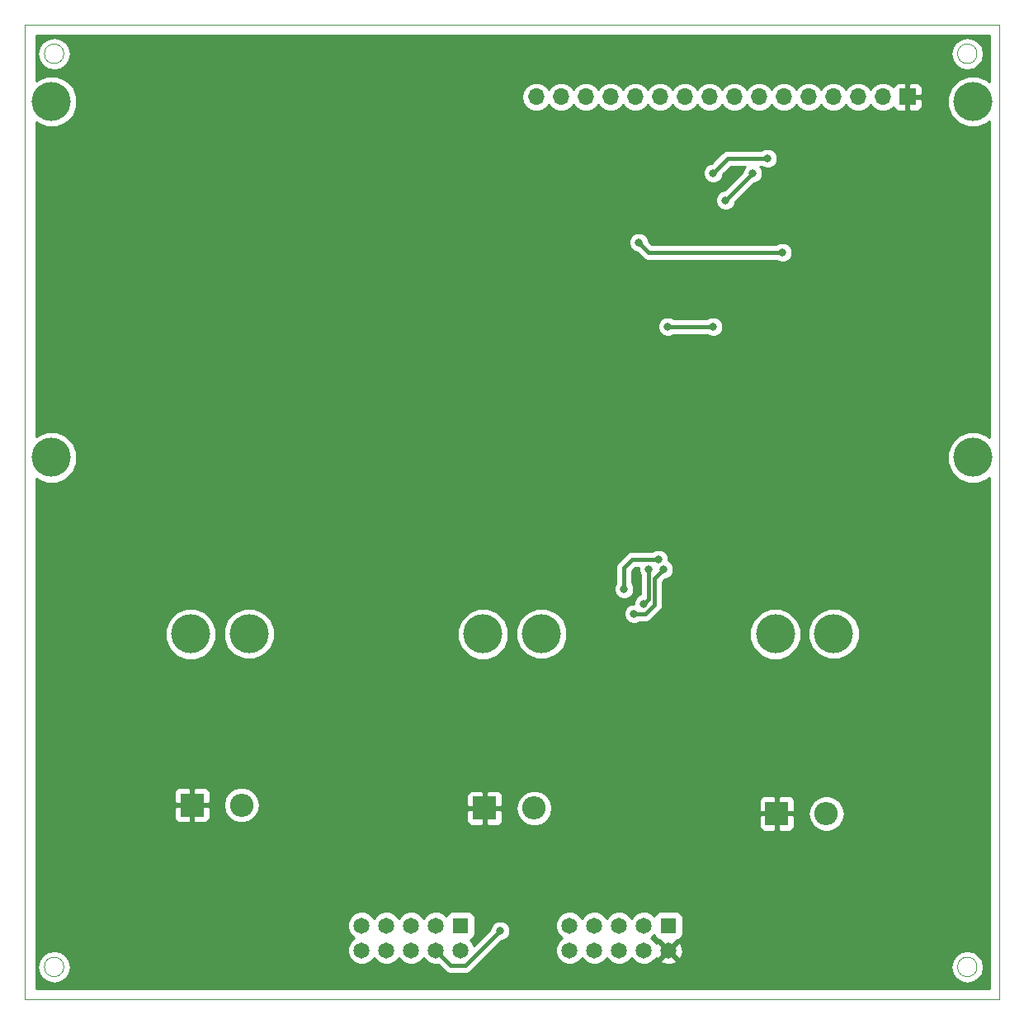
<source format=gbr>
%TF.GenerationSoftware,KiCad,Pcbnew,(5.0.0)*%
%TF.CreationDate,2020-03-24T12:10:01+01:00*%
%TF.ProjectId,Schaltplan_Modul2,536368616C74706C616E5F4D6F64756C,rev?*%
%TF.SameCoordinates,Original*%
%TF.FileFunction,Copper,L2,Bot,Signal*%
%TF.FilePolarity,Positive*%
%FSLAX46Y46*%
G04 Gerber Fmt 4.6, Leading zero omitted, Abs format (unit mm)*
G04 Created by KiCad (PCBNEW (5.0.0)) date 03/24/20 12:10:01*
%MOMM*%
%LPD*%
G01*
G04 APERTURE LIST*
%TA.AperFunction,NonConductor*%
%ADD10C,0.100000*%
%TD*%
%TA.AperFunction,ComponentPad*%
%ADD11C,4.000000*%
%TD*%
%TA.AperFunction,ComponentPad*%
%ADD12O,2.400000X2.400000*%
%TD*%
%TA.AperFunction,ComponentPad*%
%ADD13R,2.400000X2.400000*%
%TD*%
%TA.AperFunction,ComponentPad*%
%ADD14R,1.650000X1.650000*%
%TD*%
%TA.AperFunction,ComponentPad*%
%ADD15C,1.650000*%
%TD*%
%TA.AperFunction,ComponentPad*%
%ADD16O,1.700000X1.700000*%
%TD*%
%TA.AperFunction,ComponentPad*%
%ADD17R,1.700000X1.700000*%
%TD*%
%TA.AperFunction,ViaPad*%
%ADD18C,0.800000*%
%TD*%
%TA.AperFunction,Conductor*%
%ADD19C,0.400000*%
%TD*%
%TA.AperFunction,Conductor*%
%ADD20C,0.254000*%
%TD*%
G04 APERTURE END LIST*
D10*
X98285000Y-141450000D02*
G75*
G03X98285000Y-141450000I-1000000J0D01*
G01*
X191980000Y-141450000D02*
G75*
G03X191980000Y-141450000I-1000000J0D01*
G01*
X191980000Y-47755000D02*
G75*
G03X191980000Y-47755000I-1000000J0D01*
G01*
X98285000Y-47755000D02*
G75*
G03X98285000Y-47755000I-1000000J0D01*
G01*
X94285000Y-144755000D02*
X194285000Y-144755000D01*
X194285000Y-44755000D02*
X194285000Y-144755000D01*
X94285000Y-144755000D02*
X94285000Y-44755000D01*
X94285000Y-44755000D02*
X194285000Y-44755000D01*
D11*
%TO.P,SW4,1*%
%TO.N,+3V3*%
X117285000Y-107255000D03*
%TO.P,SW4,2*%
%TO.N,/IO32*%
X111285000Y-107295000D03*
%TD*%
%TO.P,SW3,1*%
%TO.N,+3V3*%
X147285000Y-107255000D03*
%TO.P,SW3,2*%
%TO.N,/IO13*%
X141285000Y-107295000D03*
%TD*%
%TO.P,SW1,1*%
%TO.N,+3V3*%
X177285000Y-107255000D03*
%TO.P,SW1,2*%
%TO.N,/IO2*%
X171285000Y-107295000D03*
%TD*%
D12*
%TO.P,D1,2*%
%TO.N,Net-(D1-Pad2)*%
X176525000Y-125715000D03*
D13*
%TO.P,D1,1*%
%TO.N,GND*%
X171445000Y-125715000D03*
%TD*%
D12*
%TO.P,D2,2*%
%TO.N,Net-(D2-Pad2)*%
X146525000Y-125155000D03*
D13*
%TO.P,D2,1*%
%TO.N,GND*%
X141445000Y-125155000D03*
%TD*%
D12*
%TO.P,D3,2*%
%TO.N,Net-(D3-Pad2)*%
X116525000Y-124854000D03*
D13*
%TO.P,D3,1*%
%TO.N,GND*%
X111445000Y-124854000D03*
%TD*%
D14*
%TO.P,J1,1*%
%TO.N,+3V3*%
X160325000Y-137211000D03*
D15*
%TO.P,J1,2*%
%TO.N,GND*%
X160325000Y-139751000D03*
%TO.P,J1,3*%
%TO.N,+5V*%
X157785000Y-137211000D03*
%TO.P,J1,4*%
%TO.N,/VSPI_CLK*%
X157785000Y-139751000D03*
%TO.P,J1,5*%
%TO.N,/SCL*%
X155245000Y-137211000D03*
%TO.P,J1,6*%
%TO.N,/VSPI_MOSI*%
X155245000Y-139751000D03*
%TO.P,J1,7*%
%TO.N,/SDA*%
X152705000Y-137211000D03*
%TO.P,J1,8*%
%TO.N,/VSPI_MISO*%
X152705000Y-139751000D03*
%TO.P,J1,9*%
%TO.N,Net-(J1-Pad9)*%
X150165000Y-137211000D03*
%TO.P,J1,10*%
%TO.N,/VSPI_CS*%
X150165000Y-139751000D03*
%TD*%
D14*
%TO.P,J2,1*%
%TO.N,/IO2*%
X138989000Y-137211000D03*
D15*
%TO.P,J2,2*%
%TO.N,/IO4*%
X138989000Y-139751000D03*
%TO.P,J2,3*%
%TO.N,/IO13*%
X136449000Y-137211000D03*
%TO.P,J2,4*%
%TO.N,/IO16*%
X136449000Y-139751000D03*
%TO.P,J2,5*%
%TO.N,/IO32*%
X133909000Y-137211000D03*
%TO.P,J2,6*%
%TO.N,/IO17*%
X133909000Y-139751000D03*
%TO.P,J2,7*%
%TO.N,N/C*%
X131369000Y-137211000D03*
%TO.P,J2,8*%
X131369000Y-139751000D03*
%TO.P,J2,9*%
X128829000Y-137211000D03*
%TO.P,J2,10*%
X128829000Y-139751000D03*
%TD*%
D11*
%TO.P,J3,*%
%TO.N,*%
X191549877Y-52644071D03*
X191549877Y-89184071D03*
X97009877Y-89184071D03*
X97009877Y-52644071D03*
D16*
%TO.P,J3,16*%
%TO.N,+5V*%
X146764798Y-52181558D03*
%TO.P,J3,15*%
%TO.N,Net-(J3-Pad15)*%
X149304798Y-52181558D03*
%TO.P,J3,14*%
%TO.N,Net-(J3-Pad14)*%
X151844798Y-52181558D03*
%TO.P,J3,13*%
%TO.N,Net-(J3-Pad13)*%
X154384798Y-52181558D03*
%TO.P,J3,12*%
%TO.N,Net-(J3-Pad12)*%
X156924798Y-52181558D03*
%TO.P,J3,11*%
%TO.N,Net-(J3-Pad11)*%
X159464798Y-52181558D03*
%TO.P,J3,10*%
%TO.N,Net-(J3-Pad10)*%
X162004798Y-52181558D03*
%TO.P,J3,9*%
%TO.N,Net-(J3-Pad9)*%
X164544798Y-52181558D03*
%TO.P,J3,8*%
%TO.N,Net-(J3-Pad8)*%
X167084798Y-52181558D03*
%TO.P,J3,7*%
%TO.N,Net-(J3-Pad7)*%
X169624798Y-52181558D03*
%TO.P,J3,6*%
%TO.N,Net-(J3-Pad6)*%
X172164798Y-52181558D03*
%TO.P,J3,5*%
%TO.N,Net-(J3-Pad5)*%
X174704798Y-52181558D03*
%TO.P,J3,4*%
%TO.N,Net-(J3-Pad4)*%
X177244798Y-52181558D03*
%TO.P,J3,3*%
%TO.N,Net-(J3-Pad3)*%
X179784798Y-52181558D03*
%TO.P,J3,2*%
%TO.N,+5V*%
X182324798Y-52181558D03*
D17*
%TO.P,J3,1*%
%TO.N,GND*%
X184864798Y-52181558D03*
%TD*%
D18*
%TO.N,GND*%
X124222500Y-105859000D03*
X154285000Y-105859000D03*
X184160000Y-105859000D03*
X183614500Y-60424500D03*
X149657000Y-60503000D03*
X185083000Y-62909000D03*
X169547000Y-61597000D03*
X171501000Y-70584500D03*
X157277000Y-69139000D03*
%TO.N,/IO16*%
X143053000Y-137719000D03*
%TO.N,+5V*%
X157785000Y-104191000D03*
X158293000Y-100635000D03*
X164897000Y-75743000D03*
X160247000Y-75743000D03*
%TO.N,Net-(J3-Pad5)*%
X166176000Y-62780000D03*
X168961000Y-59995000D03*
%TO.N,Net-(J3-Pad4)*%
X164897000Y-59995000D03*
X170485000Y-58471000D03*
%TO.N,/SCL*%
X156769000Y-105207000D03*
X159817000Y-100635000D03*
%TO.N,/SDA*%
X155753000Y-102667000D03*
X159309000Y-99619000D03*
%TO.N,Net-(C3-Pad2)*%
X172009000Y-68123000D03*
X157277000Y-67107000D03*
%TD*%
D19*
%TO.N,/IO16*%
X137973000Y-141275000D02*
X136449000Y-139751000D01*
X139497000Y-141275000D02*
X137973000Y-141275000D01*
X143053000Y-137719000D02*
X139497000Y-141275000D01*
X143053000Y-137719000D02*
X143053000Y-137719000D01*
%TO.N,+5V*%
X158293000Y-103683000D02*
X157785000Y-104191000D01*
X158293000Y-103683000D02*
X158293000Y-100635000D01*
X160247000Y-75743000D02*
X164897000Y-75743000D01*
%TO.N,Net-(J3-Pad5)*%
X166176000Y-62780000D02*
X166575999Y-62380001D01*
X166575999Y-62380001D02*
X168961000Y-59995000D01*
X168961000Y-59995000D02*
X168961000Y-59995000D01*
%TO.N,Net-(J3-Pad4)*%
X164897000Y-59995000D02*
X166421000Y-58471000D01*
X166421000Y-58471000D02*
X170485000Y-58471000D01*
%TO.N,/SCL*%
X158893010Y-101558990D02*
X159817000Y-100635000D01*
X158893010Y-104266992D02*
X158893010Y-101558990D01*
X156769000Y-105207000D02*
X157953002Y-105207000D01*
X157953002Y-105207000D02*
X158893010Y-104266992D01*
%TO.N,/SDA*%
X155753000Y-100466998D02*
X155753000Y-102667000D01*
X156600998Y-99619000D02*
X155753000Y-100466998D01*
X159309000Y-99619000D02*
X156600998Y-99619000D01*
%TO.N,Net-(C3-Pad2)*%
X172009000Y-68123000D02*
X158293000Y-68123000D01*
X158293000Y-68123000D02*
X157277000Y-67107000D01*
X157277000Y-67107000D02*
X157277000Y-67107000D01*
%TD*%
D20*
%TO.N,GND*%
G36*
X193218000Y-50585741D02*
X193042485Y-50410226D01*
X192074011Y-50009071D01*
X191025743Y-50009071D01*
X190057269Y-50410226D01*
X189316032Y-51151463D01*
X188914877Y-52119937D01*
X188914877Y-53168205D01*
X189316032Y-54136679D01*
X190057269Y-54877916D01*
X191025743Y-55279071D01*
X192074011Y-55279071D01*
X193042485Y-54877916D01*
X193218000Y-54702401D01*
X193218000Y-87125741D01*
X193042485Y-86950226D01*
X192074011Y-86549071D01*
X191025743Y-86549071D01*
X190057269Y-86950226D01*
X189316032Y-87691463D01*
X188914877Y-88659937D01*
X188914877Y-89708205D01*
X189316032Y-90676679D01*
X190057269Y-91417916D01*
X191025743Y-91819071D01*
X192074011Y-91819071D01*
X193042485Y-91417916D01*
X193218000Y-91242401D01*
X193218000Y-143688000D01*
X95428000Y-143688000D01*
X95428000Y-141450000D01*
X95580000Y-141450000D01*
X95709785Y-142102475D01*
X96079383Y-142655617D01*
X96632525Y-143025215D01*
X97285000Y-143155000D01*
X97937475Y-143025215D01*
X98490617Y-142655617D01*
X98860215Y-142102475D01*
X98990000Y-141450000D01*
X98860215Y-140797525D01*
X98490617Y-140244383D01*
X97937475Y-139874785D01*
X97285000Y-139745000D01*
X96632525Y-139874785D01*
X96079383Y-140244383D01*
X95709785Y-140797525D01*
X95580000Y-141450000D01*
X95428000Y-141450000D01*
X95428000Y-136920588D01*
X127369000Y-136920588D01*
X127369000Y-137501412D01*
X127591272Y-138038024D01*
X128001976Y-138448728D01*
X128079887Y-138481000D01*
X128001976Y-138513272D01*
X127591272Y-138923976D01*
X127369000Y-139460588D01*
X127369000Y-140041412D01*
X127591272Y-140578024D01*
X128001976Y-140988728D01*
X128538588Y-141211000D01*
X129119412Y-141211000D01*
X129656024Y-140988728D01*
X130066728Y-140578024D01*
X130099000Y-140500113D01*
X130131272Y-140578024D01*
X130541976Y-140988728D01*
X131078588Y-141211000D01*
X131659412Y-141211000D01*
X132196024Y-140988728D01*
X132606728Y-140578024D01*
X132639000Y-140500113D01*
X132671272Y-140578024D01*
X133081976Y-140988728D01*
X133618588Y-141211000D01*
X134199412Y-141211000D01*
X134736024Y-140988728D01*
X135146728Y-140578024D01*
X135179000Y-140500113D01*
X135211272Y-140578024D01*
X135621976Y-140988728D01*
X136158588Y-141211000D01*
X136728132Y-141211000D01*
X137324416Y-141807285D01*
X137370999Y-141877001D01*
X137647199Y-142061552D01*
X137890763Y-142110000D01*
X137890766Y-142110000D01*
X137972999Y-142126357D01*
X138055232Y-142110000D01*
X139414767Y-142110000D01*
X139497000Y-142126357D01*
X139579233Y-142110000D01*
X139579237Y-142110000D01*
X139822801Y-142061552D01*
X140099001Y-141877001D01*
X140145587Y-141807280D01*
X140502867Y-141450000D01*
X189275000Y-141450000D01*
X189404785Y-142102475D01*
X189774383Y-142655617D01*
X190327525Y-143025215D01*
X190980000Y-143155000D01*
X191632475Y-143025215D01*
X192185617Y-142655617D01*
X192555215Y-142102475D01*
X192685000Y-141450000D01*
X192555215Y-140797525D01*
X192185617Y-140244383D01*
X191632475Y-139874785D01*
X190980000Y-139745000D01*
X190327525Y-139874785D01*
X189774383Y-140244383D01*
X189404785Y-140797525D01*
X189275000Y-141450000D01*
X140502867Y-141450000D01*
X143198869Y-138754000D01*
X143258874Y-138754000D01*
X143639280Y-138596431D01*
X143930431Y-138305280D01*
X144088000Y-137924874D01*
X144088000Y-137513126D01*
X143930431Y-137132720D01*
X143718299Y-136920588D01*
X148705000Y-136920588D01*
X148705000Y-137501412D01*
X148927272Y-138038024D01*
X149337976Y-138448728D01*
X149415887Y-138481000D01*
X149337976Y-138513272D01*
X148927272Y-138923976D01*
X148705000Y-139460588D01*
X148705000Y-140041412D01*
X148927272Y-140578024D01*
X149337976Y-140988728D01*
X149874588Y-141211000D01*
X150455412Y-141211000D01*
X150992024Y-140988728D01*
X151402728Y-140578024D01*
X151435000Y-140500113D01*
X151467272Y-140578024D01*
X151877976Y-140988728D01*
X152414588Y-141211000D01*
X152995412Y-141211000D01*
X153532024Y-140988728D01*
X153942728Y-140578024D01*
X153975000Y-140500113D01*
X154007272Y-140578024D01*
X154417976Y-140988728D01*
X154954588Y-141211000D01*
X155535412Y-141211000D01*
X156072024Y-140988728D01*
X156482728Y-140578024D01*
X156515000Y-140500113D01*
X156547272Y-140578024D01*
X156957976Y-140988728D01*
X157494588Y-141211000D01*
X158075412Y-141211000D01*
X158612024Y-140988728D01*
X158823899Y-140776853D01*
X159478752Y-140776853D01*
X159555956Y-141025563D01*
X160102250Y-141222843D01*
X160682456Y-141196048D01*
X161094044Y-141025563D01*
X161171248Y-140776853D01*
X160325000Y-139930605D01*
X159478752Y-140776853D01*
X158823899Y-140776853D01*
X159022728Y-140578024D01*
X159048591Y-140515586D01*
X159050437Y-140520044D01*
X159299147Y-140597248D01*
X160145395Y-139751000D01*
X160504605Y-139751000D01*
X161350853Y-140597248D01*
X161599563Y-140520044D01*
X161796843Y-139973750D01*
X161770048Y-139393544D01*
X161599563Y-138981956D01*
X161350853Y-138904752D01*
X160504605Y-139751000D01*
X160145395Y-139751000D01*
X159299147Y-138904752D01*
X159050437Y-138981956D01*
X159048717Y-138986719D01*
X159022728Y-138923976D01*
X158612024Y-138513272D01*
X158534113Y-138481000D01*
X158612024Y-138448728D01*
X158881128Y-138179624D01*
X158901843Y-138283765D01*
X159042191Y-138493809D01*
X159252235Y-138634157D01*
X159492181Y-138681885D01*
X159478752Y-138725147D01*
X160325000Y-139571395D01*
X161171248Y-138725147D01*
X161157819Y-138681885D01*
X161397765Y-138634157D01*
X161607809Y-138493809D01*
X161748157Y-138283765D01*
X161797440Y-138036000D01*
X161797440Y-136386000D01*
X161748157Y-136138235D01*
X161607809Y-135928191D01*
X161397765Y-135787843D01*
X161150000Y-135738560D01*
X159500000Y-135738560D01*
X159252235Y-135787843D01*
X159042191Y-135928191D01*
X158901843Y-136138235D01*
X158881128Y-136242376D01*
X158612024Y-135973272D01*
X158075412Y-135751000D01*
X157494588Y-135751000D01*
X156957976Y-135973272D01*
X156547272Y-136383976D01*
X156515000Y-136461887D01*
X156482728Y-136383976D01*
X156072024Y-135973272D01*
X155535412Y-135751000D01*
X154954588Y-135751000D01*
X154417976Y-135973272D01*
X154007272Y-136383976D01*
X153975000Y-136461887D01*
X153942728Y-136383976D01*
X153532024Y-135973272D01*
X152995412Y-135751000D01*
X152414588Y-135751000D01*
X151877976Y-135973272D01*
X151467272Y-136383976D01*
X151435000Y-136461887D01*
X151402728Y-136383976D01*
X150992024Y-135973272D01*
X150455412Y-135751000D01*
X149874588Y-135751000D01*
X149337976Y-135973272D01*
X148927272Y-136383976D01*
X148705000Y-136920588D01*
X143718299Y-136920588D01*
X143639280Y-136841569D01*
X143258874Y-136684000D01*
X142847126Y-136684000D01*
X142466720Y-136841569D01*
X142175569Y-137132720D01*
X142018000Y-137513126D01*
X142018000Y-137573131D01*
X140355726Y-139235406D01*
X140226728Y-138923976D01*
X139957624Y-138654872D01*
X140061765Y-138634157D01*
X140271809Y-138493809D01*
X140412157Y-138283765D01*
X140461440Y-138036000D01*
X140461440Y-136386000D01*
X140412157Y-136138235D01*
X140271809Y-135928191D01*
X140061765Y-135787843D01*
X139814000Y-135738560D01*
X138164000Y-135738560D01*
X137916235Y-135787843D01*
X137706191Y-135928191D01*
X137565843Y-136138235D01*
X137545128Y-136242376D01*
X137276024Y-135973272D01*
X136739412Y-135751000D01*
X136158588Y-135751000D01*
X135621976Y-135973272D01*
X135211272Y-136383976D01*
X135179000Y-136461887D01*
X135146728Y-136383976D01*
X134736024Y-135973272D01*
X134199412Y-135751000D01*
X133618588Y-135751000D01*
X133081976Y-135973272D01*
X132671272Y-136383976D01*
X132639000Y-136461887D01*
X132606728Y-136383976D01*
X132196024Y-135973272D01*
X131659412Y-135751000D01*
X131078588Y-135751000D01*
X130541976Y-135973272D01*
X130131272Y-136383976D01*
X130099000Y-136461887D01*
X130066728Y-136383976D01*
X129656024Y-135973272D01*
X129119412Y-135751000D01*
X128538588Y-135751000D01*
X128001976Y-135973272D01*
X127591272Y-136383976D01*
X127369000Y-136920588D01*
X95428000Y-136920588D01*
X95428000Y-125139750D01*
X109610000Y-125139750D01*
X109610000Y-126180310D01*
X109706673Y-126413699D01*
X109885302Y-126592327D01*
X110118691Y-126689000D01*
X111159250Y-126689000D01*
X111318000Y-126530250D01*
X111318000Y-124981000D01*
X111572000Y-124981000D01*
X111572000Y-126530250D01*
X111730750Y-126689000D01*
X112771309Y-126689000D01*
X113004698Y-126592327D01*
X113183327Y-126413699D01*
X113280000Y-126180310D01*
X113280000Y-125139750D01*
X113121250Y-124981000D01*
X111572000Y-124981000D01*
X111318000Y-124981000D01*
X109768750Y-124981000D01*
X109610000Y-125139750D01*
X95428000Y-125139750D01*
X95428000Y-124854000D01*
X114654051Y-124854000D01*
X114796469Y-125569981D01*
X115202039Y-126176961D01*
X115809019Y-126582531D01*
X116344273Y-126689000D01*
X116705727Y-126689000D01*
X117240981Y-126582531D01*
X117847961Y-126176961D01*
X118253531Y-125569981D01*
X118279236Y-125440750D01*
X139610000Y-125440750D01*
X139610000Y-126481310D01*
X139706673Y-126714699D01*
X139885302Y-126893327D01*
X140118691Y-126990000D01*
X141159250Y-126990000D01*
X141318000Y-126831250D01*
X141318000Y-125282000D01*
X141572000Y-125282000D01*
X141572000Y-126831250D01*
X141730750Y-126990000D01*
X142771309Y-126990000D01*
X143004698Y-126893327D01*
X143183327Y-126714699D01*
X143280000Y-126481310D01*
X143280000Y-125440750D01*
X143121250Y-125282000D01*
X141572000Y-125282000D01*
X141318000Y-125282000D01*
X139768750Y-125282000D01*
X139610000Y-125440750D01*
X118279236Y-125440750D01*
X118336075Y-125155000D01*
X144654051Y-125155000D01*
X144796469Y-125870981D01*
X145202039Y-126477961D01*
X145809019Y-126883531D01*
X146344273Y-126990000D01*
X146705727Y-126990000D01*
X147240981Y-126883531D01*
X147847961Y-126477961D01*
X148166822Y-126000750D01*
X169610000Y-126000750D01*
X169610000Y-127041310D01*
X169706673Y-127274699D01*
X169885302Y-127453327D01*
X170118691Y-127550000D01*
X171159250Y-127550000D01*
X171318000Y-127391250D01*
X171318000Y-125842000D01*
X171572000Y-125842000D01*
X171572000Y-127391250D01*
X171730750Y-127550000D01*
X172771309Y-127550000D01*
X173004698Y-127453327D01*
X173183327Y-127274699D01*
X173280000Y-127041310D01*
X173280000Y-126000750D01*
X173121250Y-125842000D01*
X171572000Y-125842000D01*
X171318000Y-125842000D01*
X169768750Y-125842000D01*
X169610000Y-126000750D01*
X148166822Y-126000750D01*
X148253531Y-125870981D01*
X148284557Y-125715000D01*
X174654051Y-125715000D01*
X174796469Y-126430981D01*
X175202039Y-127037961D01*
X175809019Y-127443531D01*
X176344273Y-127550000D01*
X176705727Y-127550000D01*
X177240981Y-127443531D01*
X177847961Y-127037961D01*
X178253531Y-126430981D01*
X178395949Y-125715000D01*
X178253531Y-124999019D01*
X177847961Y-124392039D01*
X177240981Y-123986469D01*
X176705727Y-123880000D01*
X176344273Y-123880000D01*
X175809019Y-123986469D01*
X175202039Y-124392039D01*
X174796469Y-124999019D01*
X174654051Y-125715000D01*
X148284557Y-125715000D01*
X148395949Y-125155000D01*
X148253531Y-124439019D01*
X148219903Y-124388690D01*
X169610000Y-124388690D01*
X169610000Y-125429250D01*
X169768750Y-125588000D01*
X171318000Y-125588000D01*
X171318000Y-124038750D01*
X171572000Y-124038750D01*
X171572000Y-125588000D01*
X173121250Y-125588000D01*
X173280000Y-125429250D01*
X173280000Y-124388690D01*
X173183327Y-124155301D01*
X173004698Y-123976673D01*
X172771309Y-123880000D01*
X171730750Y-123880000D01*
X171572000Y-124038750D01*
X171318000Y-124038750D01*
X171159250Y-123880000D01*
X170118691Y-123880000D01*
X169885302Y-123976673D01*
X169706673Y-124155301D01*
X169610000Y-124388690D01*
X148219903Y-124388690D01*
X147847961Y-123832039D01*
X147240981Y-123426469D01*
X146705727Y-123320000D01*
X146344273Y-123320000D01*
X145809019Y-123426469D01*
X145202039Y-123832039D01*
X144796469Y-124439019D01*
X144654051Y-125155000D01*
X118336075Y-125155000D01*
X118395949Y-124854000D01*
X118253531Y-124138019D01*
X118046845Y-123828690D01*
X139610000Y-123828690D01*
X139610000Y-124869250D01*
X139768750Y-125028000D01*
X141318000Y-125028000D01*
X141318000Y-123478750D01*
X141572000Y-123478750D01*
X141572000Y-125028000D01*
X143121250Y-125028000D01*
X143280000Y-124869250D01*
X143280000Y-123828690D01*
X143183327Y-123595301D01*
X143004698Y-123416673D01*
X142771309Y-123320000D01*
X141730750Y-123320000D01*
X141572000Y-123478750D01*
X141318000Y-123478750D01*
X141159250Y-123320000D01*
X140118691Y-123320000D01*
X139885302Y-123416673D01*
X139706673Y-123595301D01*
X139610000Y-123828690D01*
X118046845Y-123828690D01*
X117847961Y-123531039D01*
X117240981Y-123125469D01*
X116705727Y-123019000D01*
X116344273Y-123019000D01*
X115809019Y-123125469D01*
X115202039Y-123531039D01*
X114796469Y-124138019D01*
X114654051Y-124854000D01*
X95428000Y-124854000D01*
X95428000Y-123527690D01*
X109610000Y-123527690D01*
X109610000Y-124568250D01*
X109768750Y-124727000D01*
X111318000Y-124727000D01*
X111318000Y-123177750D01*
X111572000Y-123177750D01*
X111572000Y-124727000D01*
X113121250Y-124727000D01*
X113280000Y-124568250D01*
X113280000Y-123527690D01*
X113183327Y-123294301D01*
X113004698Y-123115673D01*
X112771309Y-123019000D01*
X111730750Y-123019000D01*
X111572000Y-123177750D01*
X111318000Y-123177750D01*
X111159250Y-123019000D01*
X110118691Y-123019000D01*
X109885302Y-123115673D01*
X109706673Y-123294301D01*
X109610000Y-123527690D01*
X95428000Y-123527690D01*
X95428000Y-106770866D01*
X108650000Y-106770866D01*
X108650000Y-107819134D01*
X109051155Y-108787608D01*
X109792392Y-109528845D01*
X110760866Y-109930000D01*
X111809134Y-109930000D01*
X112777608Y-109528845D01*
X113518845Y-108787608D01*
X113920000Y-107819134D01*
X113920000Y-106770866D01*
X113903432Y-106730866D01*
X114650000Y-106730866D01*
X114650000Y-107779134D01*
X115051155Y-108747608D01*
X115792392Y-109488845D01*
X116760866Y-109890000D01*
X117809134Y-109890000D01*
X118777608Y-109488845D01*
X119518845Y-108747608D01*
X119920000Y-107779134D01*
X119920000Y-106770866D01*
X138650000Y-106770866D01*
X138650000Y-107819134D01*
X139051155Y-108787608D01*
X139792392Y-109528845D01*
X140760866Y-109930000D01*
X141809134Y-109930000D01*
X142777608Y-109528845D01*
X143518845Y-108787608D01*
X143920000Y-107819134D01*
X143920000Y-106770866D01*
X143903432Y-106730866D01*
X144650000Y-106730866D01*
X144650000Y-107779134D01*
X145051155Y-108747608D01*
X145792392Y-109488845D01*
X146760866Y-109890000D01*
X147809134Y-109890000D01*
X148777608Y-109488845D01*
X149518845Y-108747608D01*
X149920000Y-107779134D01*
X149920000Y-106770866D01*
X168650000Y-106770866D01*
X168650000Y-107819134D01*
X169051155Y-108787608D01*
X169792392Y-109528845D01*
X170760866Y-109930000D01*
X171809134Y-109930000D01*
X172777608Y-109528845D01*
X173518845Y-108787608D01*
X173920000Y-107819134D01*
X173920000Y-106770866D01*
X173903432Y-106730866D01*
X174650000Y-106730866D01*
X174650000Y-107779134D01*
X175051155Y-108747608D01*
X175792392Y-109488845D01*
X176760866Y-109890000D01*
X177809134Y-109890000D01*
X178777608Y-109488845D01*
X179518845Y-108747608D01*
X179920000Y-107779134D01*
X179920000Y-106730866D01*
X179518845Y-105762392D01*
X178777608Y-105021155D01*
X177809134Y-104620000D01*
X176760866Y-104620000D01*
X175792392Y-105021155D01*
X175051155Y-105762392D01*
X174650000Y-106730866D01*
X173903432Y-106730866D01*
X173518845Y-105802392D01*
X172777608Y-105061155D01*
X171809134Y-104660000D01*
X170760866Y-104660000D01*
X169792392Y-105061155D01*
X169051155Y-105802392D01*
X168650000Y-106770866D01*
X149920000Y-106770866D01*
X149920000Y-106730866D01*
X149518845Y-105762392D01*
X148777608Y-105021155D01*
X147809134Y-104620000D01*
X146760866Y-104620000D01*
X145792392Y-105021155D01*
X145051155Y-105762392D01*
X144650000Y-106730866D01*
X143903432Y-106730866D01*
X143518845Y-105802392D01*
X142777608Y-105061155D01*
X141809134Y-104660000D01*
X140760866Y-104660000D01*
X139792392Y-105061155D01*
X139051155Y-105802392D01*
X138650000Y-106770866D01*
X119920000Y-106770866D01*
X119920000Y-106730866D01*
X119518845Y-105762392D01*
X118777608Y-105021155D01*
X117809134Y-104620000D01*
X116760866Y-104620000D01*
X115792392Y-105021155D01*
X115051155Y-105762392D01*
X114650000Y-106730866D01*
X113903432Y-106730866D01*
X113518845Y-105802392D01*
X112777608Y-105061155D01*
X111809134Y-104660000D01*
X110760866Y-104660000D01*
X109792392Y-105061155D01*
X109051155Y-105802392D01*
X108650000Y-106770866D01*
X95428000Y-106770866D01*
X95428000Y-102461126D01*
X154718000Y-102461126D01*
X154718000Y-102872874D01*
X154875569Y-103253280D01*
X155166720Y-103544431D01*
X155547126Y-103702000D01*
X155958874Y-103702000D01*
X156339280Y-103544431D01*
X156630431Y-103253280D01*
X156788000Y-102872874D01*
X156788000Y-102461126D01*
X156630431Y-102080720D01*
X156588000Y-102038289D01*
X156588000Y-100812866D01*
X156946866Y-100454000D01*
X157258000Y-100454000D01*
X157258000Y-100840874D01*
X157415569Y-101221280D01*
X157458001Y-101263712D01*
X157458000Y-103206172D01*
X157198720Y-103313569D01*
X156907569Y-103604720D01*
X156750000Y-103985126D01*
X156750000Y-104172000D01*
X156563126Y-104172000D01*
X156182720Y-104329569D01*
X155891569Y-104620720D01*
X155734000Y-105001126D01*
X155734000Y-105412874D01*
X155891569Y-105793280D01*
X156182720Y-106084431D01*
X156563126Y-106242000D01*
X156974874Y-106242000D01*
X157355280Y-106084431D01*
X157397711Y-106042000D01*
X157870769Y-106042000D01*
X157953002Y-106058357D01*
X158035235Y-106042000D01*
X158035239Y-106042000D01*
X158278803Y-105993552D01*
X158555003Y-105809001D01*
X158601589Y-105739280D01*
X159425293Y-104915577D01*
X159495011Y-104868993D01*
X159679562Y-104592793D01*
X159728010Y-104349229D01*
X159728010Y-104349226D01*
X159744367Y-104266993D01*
X159728010Y-104184760D01*
X159728010Y-101904857D01*
X159962868Y-101670000D01*
X160022874Y-101670000D01*
X160403280Y-101512431D01*
X160694431Y-101221280D01*
X160852000Y-100840874D01*
X160852000Y-100429126D01*
X160694431Y-100048720D01*
X160403280Y-99757569D01*
X160344000Y-99733014D01*
X160344000Y-99413126D01*
X160186431Y-99032720D01*
X159895280Y-98741569D01*
X159514874Y-98584000D01*
X159103126Y-98584000D01*
X158722720Y-98741569D01*
X158680289Y-98784000D01*
X156683230Y-98784000D01*
X156600997Y-98767643D01*
X156518764Y-98784000D01*
X156518761Y-98784000D01*
X156275197Y-98832448D01*
X155998997Y-99016999D01*
X155952414Y-99086715D01*
X155220720Y-99818411D01*
X155150999Y-99864997D01*
X154966448Y-100141198D01*
X154918000Y-100384762D01*
X154918000Y-100384765D01*
X154901643Y-100466998D01*
X154918000Y-100549231D01*
X154918001Y-102038288D01*
X154875569Y-102080720D01*
X154718000Y-102461126D01*
X95428000Y-102461126D01*
X95428000Y-91328647D01*
X95517269Y-91417916D01*
X96485743Y-91819071D01*
X97534011Y-91819071D01*
X98502485Y-91417916D01*
X99243722Y-90676679D01*
X99644877Y-89708205D01*
X99644877Y-88659937D01*
X99243722Y-87691463D01*
X98502485Y-86950226D01*
X97534011Y-86549071D01*
X96485743Y-86549071D01*
X95517269Y-86950226D01*
X95428000Y-87039495D01*
X95428000Y-75537126D01*
X159212000Y-75537126D01*
X159212000Y-75948874D01*
X159369569Y-76329280D01*
X159660720Y-76620431D01*
X160041126Y-76778000D01*
X160452874Y-76778000D01*
X160833280Y-76620431D01*
X160875711Y-76578000D01*
X164268289Y-76578000D01*
X164310720Y-76620431D01*
X164691126Y-76778000D01*
X165102874Y-76778000D01*
X165483280Y-76620431D01*
X165774431Y-76329280D01*
X165932000Y-75948874D01*
X165932000Y-75537126D01*
X165774431Y-75156720D01*
X165483280Y-74865569D01*
X165102874Y-74708000D01*
X164691126Y-74708000D01*
X164310720Y-74865569D01*
X164268289Y-74908000D01*
X160875711Y-74908000D01*
X160833280Y-74865569D01*
X160452874Y-74708000D01*
X160041126Y-74708000D01*
X159660720Y-74865569D01*
X159369569Y-75156720D01*
X159212000Y-75537126D01*
X95428000Y-75537126D01*
X95428000Y-66901126D01*
X156242000Y-66901126D01*
X156242000Y-67312874D01*
X156399569Y-67693280D01*
X156690720Y-67984431D01*
X157071126Y-68142000D01*
X157131133Y-68142000D01*
X157644415Y-68655282D01*
X157690999Y-68725001D01*
X157967199Y-68909552D01*
X158210763Y-68958000D01*
X158210767Y-68958000D01*
X158293000Y-68974357D01*
X158375233Y-68958000D01*
X171380289Y-68958000D01*
X171422720Y-69000431D01*
X171803126Y-69158000D01*
X172214874Y-69158000D01*
X172595280Y-69000431D01*
X172886431Y-68709280D01*
X173044000Y-68328874D01*
X173044000Y-67917126D01*
X172886431Y-67536720D01*
X172595280Y-67245569D01*
X172214874Y-67088000D01*
X171803126Y-67088000D01*
X171422720Y-67245569D01*
X171380289Y-67288000D01*
X158638868Y-67288000D01*
X158312000Y-66961133D01*
X158312000Y-66901126D01*
X158154431Y-66520720D01*
X157863280Y-66229569D01*
X157482874Y-66072000D01*
X157071126Y-66072000D01*
X156690720Y-66229569D01*
X156399569Y-66520720D01*
X156242000Y-66901126D01*
X95428000Y-66901126D01*
X95428000Y-59789126D01*
X163862000Y-59789126D01*
X163862000Y-60200874D01*
X164019569Y-60581280D01*
X164310720Y-60872431D01*
X164691126Y-61030000D01*
X165102874Y-61030000D01*
X165483280Y-60872431D01*
X165774431Y-60581280D01*
X165932000Y-60200874D01*
X165932000Y-60140868D01*
X166766869Y-59306000D01*
X168186289Y-59306000D01*
X168083569Y-59408720D01*
X167926000Y-59789126D01*
X167926000Y-59849132D01*
X166043716Y-61731417D01*
X166030133Y-61745000D01*
X165970126Y-61745000D01*
X165589720Y-61902569D01*
X165298569Y-62193720D01*
X165141000Y-62574126D01*
X165141000Y-62985874D01*
X165298569Y-63366280D01*
X165589720Y-63657431D01*
X165970126Y-63815000D01*
X166381874Y-63815000D01*
X166762280Y-63657431D01*
X167053431Y-63366280D01*
X167211000Y-62985874D01*
X167211000Y-62925867D01*
X167224583Y-62912284D01*
X169106868Y-61030000D01*
X169166874Y-61030000D01*
X169547280Y-60872431D01*
X169838431Y-60581280D01*
X169996000Y-60200874D01*
X169996000Y-59789126D01*
X169838431Y-59408720D01*
X169735711Y-59306000D01*
X169856289Y-59306000D01*
X169898720Y-59348431D01*
X170279126Y-59506000D01*
X170690874Y-59506000D01*
X171071280Y-59348431D01*
X171362431Y-59057280D01*
X171520000Y-58676874D01*
X171520000Y-58265126D01*
X171362431Y-57884720D01*
X171071280Y-57593569D01*
X170690874Y-57436000D01*
X170279126Y-57436000D01*
X169898720Y-57593569D01*
X169856289Y-57636000D01*
X166503232Y-57636000D01*
X166420999Y-57619643D01*
X166338766Y-57636000D01*
X166338763Y-57636000D01*
X166095199Y-57684448D01*
X165818999Y-57868999D01*
X165772416Y-57938715D01*
X164751132Y-58960000D01*
X164691126Y-58960000D01*
X164310720Y-59117569D01*
X164019569Y-59408720D01*
X163862000Y-59789126D01*
X95428000Y-59789126D01*
X95428000Y-54788647D01*
X95517269Y-54877916D01*
X96485743Y-55279071D01*
X97534011Y-55279071D01*
X98502485Y-54877916D01*
X99243722Y-54136679D01*
X99644877Y-53168205D01*
X99644877Y-52181558D01*
X145250706Y-52181558D01*
X145365959Y-52760976D01*
X145694173Y-53252183D01*
X146185380Y-53580397D01*
X146618542Y-53666558D01*
X146911054Y-53666558D01*
X147344216Y-53580397D01*
X147835423Y-53252183D01*
X148034798Y-52953797D01*
X148234173Y-53252183D01*
X148725380Y-53580397D01*
X149158542Y-53666558D01*
X149451054Y-53666558D01*
X149884216Y-53580397D01*
X150375423Y-53252183D01*
X150574798Y-52953797D01*
X150774173Y-53252183D01*
X151265380Y-53580397D01*
X151698542Y-53666558D01*
X151991054Y-53666558D01*
X152424216Y-53580397D01*
X152915423Y-53252183D01*
X153114798Y-52953797D01*
X153314173Y-53252183D01*
X153805380Y-53580397D01*
X154238542Y-53666558D01*
X154531054Y-53666558D01*
X154964216Y-53580397D01*
X155455423Y-53252183D01*
X155654798Y-52953797D01*
X155854173Y-53252183D01*
X156345380Y-53580397D01*
X156778542Y-53666558D01*
X157071054Y-53666558D01*
X157504216Y-53580397D01*
X157995423Y-53252183D01*
X158194798Y-52953797D01*
X158394173Y-53252183D01*
X158885380Y-53580397D01*
X159318542Y-53666558D01*
X159611054Y-53666558D01*
X160044216Y-53580397D01*
X160535423Y-53252183D01*
X160734798Y-52953797D01*
X160934173Y-53252183D01*
X161425380Y-53580397D01*
X161858542Y-53666558D01*
X162151054Y-53666558D01*
X162584216Y-53580397D01*
X163075423Y-53252183D01*
X163274798Y-52953797D01*
X163474173Y-53252183D01*
X163965380Y-53580397D01*
X164398542Y-53666558D01*
X164691054Y-53666558D01*
X165124216Y-53580397D01*
X165615423Y-53252183D01*
X165814798Y-52953797D01*
X166014173Y-53252183D01*
X166505380Y-53580397D01*
X166938542Y-53666558D01*
X167231054Y-53666558D01*
X167664216Y-53580397D01*
X168155423Y-53252183D01*
X168354798Y-52953797D01*
X168554173Y-53252183D01*
X169045380Y-53580397D01*
X169478542Y-53666558D01*
X169771054Y-53666558D01*
X170204216Y-53580397D01*
X170695423Y-53252183D01*
X170894798Y-52953797D01*
X171094173Y-53252183D01*
X171585380Y-53580397D01*
X172018542Y-53666558D01*
X172311054Y-53666558D01*
X172744216Y-53580397D01*
X173235423Y-53252183D01*
X173434798Y-52953797D01*
X173634173Y-53252183D01*
X174125380Y-53580397D01*
X174558542Y-53666558D01*
X174851054Y-53666558D01*
X175284216Y-53580397D01*
X175775423Y-53252183D01*
X175974798Y-52953797D01*
X176174173Y-53252183D01*
X176665380Y-53580397D01*
X177098542Y-53666558D01*
X177391054Y-53666558D01*
X177824216Y-53580397D01*
X178315423Y-53252183D01*
X178514798Y-52953797D01*
X178714173Y-53252183D01*
X179205380Y-53580397D01*
X179638542Y-53666558D01*
X179931054Y-53666558D01*
X180364216Y-53580397D01*
X180855423Y-53252183D01*
X181054798Y-52953797D01*
X181254173Y-53252183D01*
X181745380Y-53580397D01*
X182178542Y-53666558D01*
X182471054Y-53666558D01*
X182904216Y-53580397D01*
X183395423Y-53252183D01*
X183409894Y-53230525D01*
X183476471Y-53391256D01*
X183655099Y-53569885D01*
X183888488Y-53666558D01*
X184579048Y-53666558D01*
X184737798Y-53507808D01*
X184737798Y-52308558D01*
X184991798Y-52308558D01*
X184991798Y-53507808D01*
X185150548Y-53666558D01*
X185841108Y-53666558D01*
X186074497Y-53569885D01*
X186253125Y-53391256D01*
X186349798Y-53157867D01*
X186349798Y-52467308D01*
X186191048Y-52308558D01*
X184991798Y-52308558D01*
X184737798Y-52308558D01*
X184717798Y-52308558D01*
X184717798Y-52054558D01*
X184737798Y-52054558D01*
X184737798Y-50855308D01*
X184991798Y-50855308D01*
X184991798Y-52054558D01*
X186191048Y-52054558D01*
X186349798Y-51895808D01*
X186349798Y-51205249D01*
X186253125Y-50971860D01*
X186074497Y-50793231D01*
X185841108Y-50696558D01*
X185150548Y-50696558D01*
X184991798Y-50855308D01*
X184737798Y-50855308D01*
X184579048Y-50696558D01*
X183888488Y-50696558D01*
X183655099Y-50793231D01*
X183476471Y-50971860D01*
X183409894Y-51132591D01*
X183395423Y-51110933D01*
X182904216Y-50782719D01*
X182471054Y-50696558D01*
X182178542Y-50696558D01*
X181745380Y-50782719D01*
X181254173Y-51110933D01*
X181054798Y-51409319D01*
X180855423Y-51110933D01*
X180364216Y-50782719D01*
X179931054Y-50696558D01*
X179638542Y-50696558D01*
X179205380Y-50782719D01*
X178714173Y-51110933D01*
X178514798Y-51409319D01*
X178315423Y-51110933D01*
X177824216Y-50782719D01*
X177391054Y-50696558D01*
X177098542Y-50696558D01*
X176665380Y-50782719D01*
X176174173Y-51110933D01*
X175974798Y-51409319D01*
X175775423Y-51110933D01*
X175284216Y-50782719D01*
X174851054Y-50696558D01*
X174558542Y-50696558D01*
X174125380Y-50782719D01*
X173634173Y-51110933D01*
X173434798Y-51409319D01*
X173235423Y-51110933D01*
X172744216Y-50782719D01*
X172311054Y-50696558D01*
X172018542Y-50696558D01*
X171585380Y-50782719D01*
X171094173Y-51110933D01*
X170894798Y-51409319D01*
X170695423Y-51110933D01*
X170204216Y-50782719D01*
X169771054Y-50696558D01*
X169478542Y-50696558D01*
X169045380Y-50782719D01*
X168554173Y-51110933D01*
X168354798Y-51409319D01*
X168155423Y-51110933D01*
X167664216Y-50782719D01*
X167231054Y-50696558D01*
X166938542Y-50696558D01*
X166505380Y-50782719D01*
X166014173Y-51110933D01*
X165814798Y-51409319D01*
X165615423Y-51110933D01*
X165124216Y-50782719D01*
X164691054Y-50696558D01*
X164398542Y-50696558D01*
X163965380Y-50782719D01*
X163474173Y-51110933D01*
X163274798Y-51409319D01*
X163075423Y-51110933D01*
X162584216Y-50782719D01*
X162151054Y-50696558D01*
X161858542Y-50696558D01*
X161425380Y-50782719D01*
X160934173Y-51110933D01*
X160734798Y-51409319D01*
X160535423Y-51110933D01*
X160044216Y-50782719D01*
X159611054Y-50696558D01*
X159318542Y-50696558D01*
X158885380Y-50782719D01*
X158394173Y-51110933D01*
X158194798Y-51409319D01*
X157995423Y-51110933D01*
X157504216Y-50782719D01*
X157071054Y-50696558D01*
X156778542Y-50696558D01*
X156345380Y-50782719D01*
X155854173Y-51110933D01*
X155654798Y-51409319D01*
X155455423Y-51110933D01*
X154964216Y-50782719D01*
X154531054Y-50696558D01*
X154238542Y-50696558D01*
X153805380Y-50782719D01*
X153314173Y-51110933D01*
X153114798Y-51409319D01*
X152915423Y-51110933D01*
X152424216Y-50782719D01*
X151991054Y-50696558D01*
X151698542Y-50696558D01*
X151265380Y-50782719D01*
X150774173Y-51110933D01*
X150574798Y-51409319D01*
X150375423Y-51110933D01*
X149884216Y-50782719D01*
X149451054Y-50696558D01*
X149158542Y-50696558D01*
X148725380Y-50782719D01*
X148234173Y-51110933D01*
X148034798Y-51409319D01*
X147835423Y-51110933D01*
X147344216Y-50782719D01*
X146911054Y-50696558D01*
X146618542Y-50696558D01*
X146185380Y-50782719D01*
X145694173Y-51110933D01*
X145365959Y-51602140D01*
X145250706Y-52181558D01*
X99644877Y-52181558D01*
X99644877Y-52119937D01*
X99243722Y-51151463D01*
X98502485Y-50410226D01*
X97534011Y-50009071D01*
X96485743Y-50009071D01*
X95517269Y-50410226D01*
X95428000Y-50499495D01*
X95428000Y-47755000D01*
X95580000Y-47755000D01*
X95709785Y-48407475D01*
X96079383Y-48960617D01*
X96632525Y-49330215D01*
X97285000Y-49460000D01*
X97937475Y-49330215D01*
X98490617Y-48960617D01*
X98860215Y-48407475D01*
X98990000Y-47755000D01*
X189275000Y-47755000D01*
X189404785Y-48407475D01*
X189774383Y-48960617D01*
X190327525Y-49330215D01*
X190980000Y-49460000D01*
X191632475Y-49330215D01*
X192185617Y-48960617D01*
X192555215Y-48407475D01*
X192685000Y-47755000D01*
X192555215Y-47102525D01*
X192185617Y-46549383D01*
X191632475Y-46179785D01*
X190980000Y-46050000D01*
X190327525Y-46179785D01*
X189774383Y-46549383D01*
X189404785Y-47102525D01*
X189275000Y-47755000D01*
X98990000Y-47755000D01*
X98860215Y-47102525D01*
X98490617Y-46549383D01*
X97937475Y-46179785D01*
X97285000Y-46050000D01*
X96632525Y-46179785D01*
X96079383Y-46549383D01*
X95709785Y-47102525D01*
X95580000Y-47755000D01*
X95428000Y-47755000D01*
X95428000Y-45898000D01*
X193218000Y-45898000D01*
X193218000Y-50585741D01*
X193218000Y-50585741D01*
G37*
X193218000Y-50585741D02*
X193042485Y-50410226D01*
X192074011Y-50009071D01*
X191025743Y-50009071D01*
X190057269Y-50410226D01*
X189316032Y-51151463D01*
X188914877Y-52119937D01*
X188914877Y-53168205D01*
X189316032Y-54136679D01*
X190057269Y-54877916D01*
X191025743Y-55279071D01*
X192074011Y-55279071D01*
X193042485Y-54877916D01*
X193218000Y-54702401D01*
X193218000Y-87125741D01*
X193042485Y-86950226D01*
X192074011Y-86549071D01*
X191025743Y-86549071D01*
X190057269Y-86950226D01*
X189316032Y-87691463D01*
X188914877Y-88659937D01*
X188914877Y-89708205D01*
X189316032Y-90676679D01*
X190057269Y-91417916D01*
X191025743Y-91819071D01*
X192074011Y-91819071D01*
X193042485Y-91417916D01*
X193218000Y-91242401D01*
X193218000Y-143688000D01*
X95428000Y-143688000D01*
X95428000Y-141450000D01*
X95580000Y-141450000D01*
X95709785Y-142102475D01*
X96079383Y-142655617D01*
X96632525Y-143025215D01*
X97285000Y-143155000D01*
X97937475Y-143025215D01*
X98490617Y-142655617D01*
X98860215Y-142102475D01*
X98990000Y-141450000D01*
X98860215Y-140797525D01*
X98490617Y-140244383D01*
X97937475Y-139874785D01*
X97285000Y-139745000D01*
X96632525Y-139874785D01*
X96079383Y-140244383D01*
X95709785Y-140797525D01*
X95580000Y-141450000D01*
X95428000Y-141450000D01*
X95428000Y-136920588D01*
X127369000Y-136920588D01*
X127369000Y-137501412D01*
X127591272Y-138038024D01*
X128001976Y-138448728D01*
X128079887Y-138481000D01*
X128001976Y-138513272D01*
X127591272Y-138923976D01*
X127369000Y-139460588D01*
X127369000Y-140041412D01*
X127591272Y-140578024D01*
X128001976Y-140988728D01*
X128538588Y-141211000D01*
X129119412Y-141211000D01*
X129656024Y-140988728D01*
X130066728Y-140578024D01*
X130099000Y-140500113D01*
X130131272Y-140578024D01*
X130541976Y-140988728D01*
X131078588Y-141211000D01*
X131659412Y-141211000D01*
X132196024Y-140988728D01*
X132606728Y-140578024D01*
X132639000Y-140500113D01*
X132671272Y-140578024D01*
X133081976Y-140988728D01*
X133618588Y-141211000D01*
X134199412Y-141211000D01*
X134736024Y-140988728D01*
X135146728Y-140578024D01*
X135179000Y-140500113D01*
X135211272Y-140578024D01*
X135621976Y-140988728D01*
X136158588Y-141211000D01*
X136728132Y-141211000D01*
X137324416Y-141807285D01*
X137370999Y-141877001D01*
X137647199Y-142061552D01*
X137890763Y-142110000D01*
X137890766Y-142110000D01*
X137972999Y-142126357D01*
X138055232Y-142110000D01*
X139414767Y-142110000D01*
X139497000Y-142126357D01*
X139579233Y-142110000D01*
X139579237Y-142110000D01*
X139822801Y-142061552D01*
X140099001Y-141877001D01*
X140145587Y-141807280D01*
X140502867Y-141450000D01*
X189275000Y-141450000D01*
X189404785Y-142102475D01*
X189774383Y-142655617D01*
X190327525Y-143025215D01*
X190980000Y-143155000D01*
X191632475Y-143025215D01*
X192185617Y-142655617D01*
X192555215Y-142102475D01*
X192685000Y-141450000D01*
X192555215Y-140797525D01*
X192185617Y-140244383D01*
X191632475Y-139874785D01*
X190980000Y-139745000D01*
X190327525Y-139874785D01*
X189774383Y-140244383D01*
X189404785Y-140797525D01*
X189275000Y-141450000D01*
X140502867Y-141450000D01*
X143198869Y-138754000D01*
X143258874Y-138754000D01*
X143639280Y-138596431D01*
X143930431Y-138305280D01*
X144088000Y-137924874D01*
X144088000Y-137513126D01*
X143930431Y-137132720D01*
X143718299Y-136920588D01*
X148705000Y-136920588D01*
X148705000Y-137501412D01*
X148927272Y-138038024D01*
X149337976Y-138448728D01*
X149415887Y-138481000D01*
X149337976Y-138513272D01*
X148927272Y-138923976D01*
X148705000Y-139460588D01*
X148705000Y-140041412D01*
X148927272Y-140578024D01*
X149337976Y-140988728D01*
X149874588Y-141211000D01*
X150455412Y-141211000D01*
X150992024Y-140988728D01*
X151402728Y-140578024D01*
X151435000Y-140500113D01*
X151467272Y-140578024D01*
X151877976Y-140988728D01*
X152414588Y-141211000D01*
X152995412Y-141211000D01*
X153532024Y-140988728D01*
X153942728Y-140578024D01*
X153975000Y-140500113D01*
X154007272Y-140578024D01*
X154417976Y-140988728D01*
X154954588Y-141211000D01*
X155535412Y-141211000D01*
X156072024Y-140988728D01*
X156482728Y-140578024D01*
X156515000Y-140500113D01*
X156547272Y-140578024D01*
X156957976Y-140988728D01*
X157494588Y-141211000D01*
X158075412Y-141211000D01*
X158612024Y-140988728D01*
X158823899Y-140776853D01*
X159478752Y-140776853D01*
X159555956Y-141025563D01*
X160102250Y-141222843D01*
X160682456Y-141196048D01*
X161094044Y-141025563D01*
X161171248Y-140776853D01*
X160325000Y-139930605D01*
X159478752Y-140776853D01*
X158823899Y-140776853D01*
X159022728Y-140578024D01*
X159048591Y-140515586D01*
X159050437Y-140520044D01*
X159299147Y-140597248D01*
X160145395Y-139751000D01*
X160504605Y-139751000D01*
X161350853Y-140597248D01*
X161599563Y-140520044D01*
X161796843Y-139973750D01*
X161770048Y-139393544D01*
X161599563Y-138981956D01*
X161350853Y-138904752D01*
X160504605Y-139751000D01*
X160145395Y-139751000D01*
X159299147Y-138904752D01*
X159050437Y-138981956D01*
X159048717Y-138986719D01*
X159022728Y-138923976D01*
X158612024Y-138513272D01*
X158534113Y-138481000D01*
X158612024Y-138448728D01*
X158881128Y-138179624D01*
X158901843Y-138283765D01*
X159042191Y-138493809D01*
X159252235Y-138634157D01*
X159492181Y-138681885D01*
X159478752Y-138725147D01*
X160325000Y-139571395D01*
X161171248Y-138725147D01*
X161157819Y-138681885D01*
X161397765Y-138634157D01*
X161607809Y-138493809D01*
X161748157Y-138283765D01*
X161797440Y-138036000D01*
X161797440Y-136386000D01*
X161748157Y-136138235D01*
X161607809Y-135928191D01*
X161397765Y-135787843D01*
X161150000Y-135738560D01*
X159500000Y-135738560D01*
X159252235Y-135787843D01*
X159042191Y-135928191D01*
X158901843Y-136138235D01*
X158881128Y-136242376D01*
X158612024Y-135973272D01*
X158075412Y-135751000D01*
X157494588Y-135751000D01*
X156957976Y-135973272D01*
X156547272Y-136383976D01*
X156515000Y-136461887D01*
X156482728Y-136383976D01*
X156072024Y-135973272D01*
X155535412Y-135751000D01*
X154954588Y-135751000D01*
X154417976Y-135973272D01*
X154007272Y-136383976D01*
X153975000Y-136461887D01*
X153942728Y-136383976D01*
X153532024Y-135973272D01*
X152995412Y-135751000D01*
X152414588Y-135751000D01*
X151877976Y-135973272D01*
X151467272Y-136383976D01*
X151435000Y-136461887D01*
X151402728Y-136383976D01*
X150992024Y-135973272D01*
X150455412Y-135751000D01*
X149874588Y-135751000D01*
X149337976Y-135973272D01*
X148927272Y-136383976D01*
X148705000Y-136920588D01*
X143718299Y-136920588D01*
X143639280Y-136841569D01*
X143258874Y-136684000D01*
X142847126Y-136684000D01*
X142466720Y-136841569D01*
X142175569Y-137132720D01*
X142018000Y-137513126D01*
X142018000Y-137573131D01*
X140355726Y-139235406D01*
X140226728Y-138923976D01*
X139957624Y-138654872D01*
X140061765Y-138634157D01*
X140271809Y-138493809D01*
X140412157Y-138283765D01*
X140461440Y-138036000D01*
X140461440Y-136386000D01*
X140412157Y-136138235D01*
X140271809Y-135928191D01*
X140061765Y-135787843D01*
X139814000Y-135738560D01*
X138164000Y-135738560D01*
X137916235Y-135787843D01*
X137706191Y-135928191D01*
X137565843Y-136138235D01*
X137545128Y-136242376D01*
X137276024Y-135973272D01*
X136739412Y-135751000D01*
X136158588Y-135751000D01*
X135621976Y-135973272D01*
X135211272Y-136383976D01*
X135179000Y-136461887D01*
X135146728Y-136383976D01*
X134736024Y-135973272D01*
X134199412Y-135751000D01*
X133618588Y-135751000D01*
X133081976Y-135973272D01*
X132671272Y-136383976D01*
X132639000Y-136461887D01*
X132606728Y-136383976D01*
X132196024Y-135973272D01*
X131659412Y-135751000D01*
X131078588Y-135751000D01*
X130541976Y-135973272D01*
X130131272Y-136383976D01*
X130099000Y-136461887D01*
X130066728Y-136383976D01*
X129656024Y-135973272D01*
X129119412Y-135751000D01*
X128538588Y-135751000D01*
X128001976Y-135973272D01*
X127591272Y-136383976D01*
X127369000Y-136920588D01*
X95428000Y-136920588D01*
X95428000Y-125139750D01*
X109610000Y-125139750D01*
X109610000Y-126180310D01*
X109706673Y-126413699D01*
X109885302Y-126592327D01*
X110118691Y-126689000D01*
X111159250Y-126689000D01*
X111318000Y-126530250D01*
X111318000Y-124981000D01*
X111572000Y-124981000D01*
X111572000Y-126530250D01*
X111730750Y-126689000D01*
X112771309Y-126689000D01*
X113004698Y-126592327D01*
X113183327Y-126413699D01*
X113280000Y-126180310D01*
X113280000Y-125139750D01*
X113121250Y-124981000D01*
X111572000Y-124981000D01*
X111318000Y-124981000D01*
X109768750Y-124981000D01*
X109610000Y-125139750D01*
X95428000Y-125139750D01*
X95428000Y-124854000D01*
X114654051Y-124854000D01*
X114796469Y-125569981D01*
X115202039Y-126176961D01*
X115809019Y-126582531D01*
X116344273Y-126689000D01*
X116705727Y-126689000D01*
X117240981Y-126582531D01*
X117847961Y-126176961D01*
X118253531Y-125569981D01*
X118279236Y-125440750D01*
X139610000Y-125440750D01*
X139610000Y-126481310D01*
X139706673Y-126714699D01*
X139885302Y-126893327D01*
X140118691Y-126990000D01*
X141159250Y-126990000D01*
X141318000Y-126831250D01*
X141318000Y-125282000D01*
X141572000Y-125282000D01*
X141572000Y-126831250D01*
X141730750Y-126990000D01*
X142771309Y-126990000D01*
X143004698Y-126893327D01*
X143183327Y-126714699D01*
X143280000Y-126481310D01*
X143280000Y-125440750D01*
X143121250Y-125282000D01*
X141572000Y-125282000D01*
X141318000Y-125282000D01*
X139768750Y-125282000D01*
X139610000Y-125440750D01*
X118279236Y-125440750D01*
X118336075Y-125155000D01*
X144654051Y-125155000D01*
X144796469Y-125870981D01*
X145202039Y-126477961D01*
X145809019Y-126883531D01*
X146344273Y-126990000D01*
X146705727Y-126990000D01*
X147240981Y-126883531D01*
X147847961Y-126477961D01*
X148166822Y-126000750D01*
X169610000Y-126000750D01*
X169610000Y-127041310D01*
X169706673Y-127274699D01*
X169885302Y-127453327D01*
X170118691Y-127550000D01*
X171159250Y-127550000D01*
X171318000Y-127391250D01*
X171318000Y-125842000D01*
X171572000Y-125842000D01*
X171572000Y-127391250D01*
X171730750Y-127550000D01*
X172771309Y-127550000D01*
X173004698Y-127453327D01*
X173183327Y-127274699D01*
X173280000Y-127041310D01*
X173280000Y-126000750D01*
X173121250Y-125842000D01*
X171572000Y-125842000D01*
X171318000Y-125842000D01*
X169768750Y-125842000D01*
X169610000Y-126000750D01*
X148166822Y-126000750D01*
X148253531Y-125870981D01*
X148284557Y-125715000D01*
X174654051Y-125715000D01*
X174796469Y-126430981D01*
X175202039Y-127037961D01*
X175809019Y-127443531D01*
X176344273Y-127550000D01*
X176705727Y-127550000D01*
X177240981Y-127443531D01*
X177847961Y-127037961D01*
X178253531Y-126430981D01*
X178395949Y-125715000D01*
X178253531Y-124999019D01*
X177847961Y-124392039D01*
X177240981Y-123986469D01*
X176705727Y-123880000D01*
X176344273Y-123880000D01*
X175809019Y-123986469D01*
X175202039Y-124392039D01*
X174796469Y-124999019D01*
X174654051Y-125715000D01*
X148284557Y-125715000D01*
X148395949Y-125155000D01*
X148253531Y-124439019D01*
X148219903Y-124388690D01*
X169610000Y-124388690D01*
X169610000Y-125429250D01*
X169768750Y-125588000D01*
X171318000Y-125588000D01*
X171318000Y-124038750D01*
X171572000Y-124038750D01*
X171572000Y-125588000D01*
X173121250Y-125588000D01*
X173280000Y-125429250D01*
X173280000Y-124388690D01*
X173183327Y-124155301D01*
X173004698Y-123976673D01*
X172771309Y-123880000D01*
X171730750Y-123880000D01*
X171572000Y-124038750D01*
X171318000Y-124038750D01*
X171159250Y-123880000D01*
X170118691Y-123880000D01*
X169885302Y-123976673D01*
X169706673Y-124155301D01*
X169610000Y-124388690D01*
X148219903Y-124388690D01*
X147847961Y-123832039D01*
X147240981Y-123426469D01*
X146705727Y-123320000D01*
X146344273Y-123320000D01*
X145809019Y-123426469D01*
X145202039Y-123832039D01*
X144796469Y-124439019D01*
X144654051Y-125155000D01*
X118336075Y-125155000D01*
X118395949Y-124854000D01*
X118253531Y-124138019D01*
X118046845Y-123828690D01*
X139610000Y-123828690D01*
X139610000Y-124869250D01*
X139768750Y-125028000D01*
X141318000Y-125028000D01*
X141318000Y-123478750D01*
X141572000Y-123478750D01*
X141572000Y-125028000D01*
X143121250Y-125028000D01*
X143280000Y-124869250D01*
X143280000Y-123828690D01*
X143183327Y-123595301D01*
X143004698Y-123416673D01*
X142771309Y-123320000D01*
X141730750Y-123320000D01*
X141572000Y-123478750D01*
X141318000Y-123478750D01*
X141159250Y-123320000D01*
X140118691Y-123320000D01*
X139885302Y-123416673D01*
X139706673Y-123595301D01*
X139610000Y-123828690D01*
X118046845Y-123828690D01*
X117847961Y-123531039D01*
X117240981Y-123125469D01*
X116705727Y-123019000D01*
X116344273Y-123019000D01*
X115809019Y-123125469D01*
X115202039Y-123531039D01*
X114796469Y-124138019D01*
X114654051Y-124854000D01*
X95428000Y-124854000D01*
X95428000Y-123527690D01*
X109610000Y-123527690D01*
X109610000Y-124568250D01*
X109768750Y-124727000D01*
X111318000Y-124727000D01*
X111318000Y-123177750D01*
X111572000Y-123177750D01*
X111572000Y-124727000D01*
X113121250Y-124727000D01*
X113280000Y-124568250D01*
X113280000Y-123527690D01*
X113183327Y-123294301D01*
X113004698Y-123115673D01*
X112771309Y-123019000D01*
X111730750Y-123019000D01*
X111572000Y-123177750D01*
X111318000Y-123177750D01*
X111159250Y-123019000D01*
X110118691Y-123019000D01*
X109885302Y-123115673D01*
X109706673Y-123294301D01*
X109610000Y-123527690D01*
X95428000Y-123527690D01*
X95428000Y-106770866D01*
X108650000Y-106770866D01*
X108650000Y-107819134D01*
X109051155Y-108787608D01*
X109792392Y-109528845D01*
X110760866Y-109930000D01*
X111809134Y-109930000D01*
X112777608Y-109528845D01*
X113518845Y-108787608D01*
X113920000Y-107819134D01*
X113920000Y-106770866D01*
X113903432Y-106730866D01*
X114650000Y-106730866D01*
X114650000Y-107779134D01*
X115051155Y-108747608D01*
X115792392Y-109488845D01*
X116760866Y-109890000D01*
X117809134Y-109890000D01*
X118777608Y-109488845D01*
X119518845Y-108747608D01*
X119920000Y-107779134D01*
X119920000Y-106770866D01*
X138650000Y-106770866D01*
X138650000Y-107819134D01*
X139051155Y-108787608D01*
X139792392Y-109528845D01*
X140760866Y-109930000D01*
X141809134Y-109930000D01*
X142777608Y-109528845D01*
X143518845Y-108787608D01*
X143920000Y-107819134D01*
X143920000Y-106770866D01*
X143903432Y-106730866D01*
X144650000Y-106730866D01*
X144650000Y-107779134D01*
X145051155Y-108747608D01*
X145792392Y-109488845D01*
X146760866Y-109890000D01*
X147809134Y-109890000D01*
X148777608Y-109488845D01*
X149518845Y-108747608D01*
X149920000Y-107779134D01*
X149920000Y-106770866D01*
X168650000Y-106770866D01*
X168650000Y-107819134D01*
X169051155Y-108787608D01*
X169792392Y-109528845D01*
X170760866Y-109930000D01*
X171809134Y-109930000D01*
X172777608Y-109528845D01*
X173518845Y-108787608D01*
X173920000Y-107819134D01*
X173920000Y-106770866D01*
X173903432Y-106730866D01*
X174650000Y-106730866D01*
X174650000Y-107779134D01*
X175051155Y-108747608D01*
X175792392Y-109488845D01*
X176760866Y-109890000D01*
X177809134Y-109890000D01*
X178777608Y-109488845D01*
X179518845Y-108747608D01*
X179920000Y-107779134D01*
X179920000Y-106730866D01*
X179518845Y-105762392D01*
X178777608Y-105021155D01*
X177809134Y-104620000D01*
X176760866Y-104620000D01*
X175792392Y-105021155D01*
X175051155Y-105762392D01*
X174650000Y-106730866D01*
X173903432Y-106730866D01*
X173518845Y-105802392D01*
X172777608Y-105061155D01*
X171809134Y-104660000D01*
X170760866Y-104660000D01*
X169792392Y-105061155D01*
X169051155Y-105802392D01*
X168650000Y-106770866D01*
X149920000Y-106770866D01*
X149920000Y-106730866D01*
X149518845Y-105762392D01*
X148777608Y-105021155D01*
X147809134Y-104620000D01*
X146760866Y-104620000D01*
X145792392Y-105021155D01*
X145051155Y-105762392D01*
X144650000Y-106730866D01*
X143903432Y-106730866D01*
X143518845Y-105802392D01*
X142777608Y-105061155D01*
X141809134Y-104660000D01*
X140760866Y-104660000D01*
X139792392Y-105061155D01*
X139051155Y-105802392D01*
X138650000Y-106770866D01*
X119920000Y-106770866D01*
X119920000Y-106730866D01*
X119518845Y-105762392D01*
X118777608Y-105021155D01*
X117809134Y-104620000D01*
X116760866Y-104620000D01*
X115792392Y-105021155D01*
X115051155Y-105762392D01*
X114650000Y-106730866D01*
X113903432Y-106730866D01*
X113518845Y-105802392D01*
X112777608Y-105061155D01*
X111809134Y-104660000D01*
X110760866Y-104660000D01*
X109792392Y-105061155D01*
X109051155Y-105802392D01*
X108650000Y-106770866D01*
X95428000Y-106770866D01*
X95428000Y-102461126D01*
X154718000Y-102461126D01*
X154718000Y-102872874D01*
X154875569Y-103253280D01*
X155166720Y-103544431D01*
X155547126Y-103702000D01*
X155958874Y-103702000D01*
X156339280Y-103544431D01*
X156630431Y-103253280D01*
X156788000Y-102872874D01*
X156788000Y-102461126D01*
X156630431Y-102080720D01*
X156588000Y-102038289D01*
X156588000Y-100812866D01*
X156946866Y-100454000D01*
X157258000Y-100454000D01*
X157258000Y-100840874D01*
X157415569Y-101221280D01*
X157458001Y-101263712D01*
X157458000Y-103206172D01*
X157198720Y-103313569D01*
X156907569Y-103604720D01*
X156750000Y-103985126D01*
X156750000Y-104172000D01*
X156563126Y-104172000D01*
X156182720Y-104329569D01*
X155891569Y-104620720D01*
X155734000Y-105001126D01*
X155734000Y-105412874D01*
X155891569Y-105793280D01*
X156182720Y-106084431D01*
X156563126Y-106242000D01*
X156974874Y-106242000D01*
X157355280Y-106084431D01*
X157397711Y-106042000D01*
X157870769Y-106042000D01*
X157953002Y-106058357D01*
X158035235Y-106042000D01*
X158035239Y-106042000D01*
X158278803Y-105993552D01*
X158555003Y-105809001D01*
X158601589Y-105739280D01*
X159425293Y-104915577D01*
X159495011Y-104868993D01*
X159679562Y-104592793D01*
X159728010Y-104349229D01*
X159728010Y-104349226D01*
X159744367Y-104266993D01*
X159728010Y-104184760D01*
X159728010Y-101904857D01*
X159962868Y-101670000D01*
X160022874Y-101670000D01*
X160403280Y-101512431D01*
X160694431Y-101221280D01*
X160852000Y-100840874D01*
X160852000Y-100429126D01*
X160694431Y-100048720D01*
X160403280Y-99757569D01*
X160344000Y-99733014D01*
X160344000Y-99413126D01*
X160186431Y-99032720D01*
X159895280Y-98741569D01*
X159514874Y-98584000D01*
X159103126Y-98584000D01*
X158722720Y-98741569D01*
X158680289Y-98784000D01*
X156683230Y-98784000D01*
X156600997Y-98767643D01*
X156518764Y-98784000D01*
X156518761Y-98784000D01*
X156275197Y-98832448D01*
X155998997Y-99016999D01*
X155952414Y-99086715D01*
X155220720Y-99818411D01*
X155150999Y-99864997D01*
X154966448Y-100141198D01*
X154918000Y-100384762D01*
X154918000Y-100384765D01*
X154901643Y-100466998D01*
X154918000Y-100549231D01*
X154918001Y-102038288D01*
X154875569Y-102080720D01*
X154718000Y-102461126D01*
X95428000Y-102461126D01*
X95428000Y-91328647D01*
X95517269Y-91417916D01*
X96485743Y-91819071D01*
X97534011Y-91819071D01*
X98502485Y-91417916D01*
X99243722Y-90676679D01*
X99644877Y-89708205D01*
X99644877Y-88659937D01*
X99243722Y-87691463D01*
X98502485Y-86950226D01*
X97534011Y-86549071D01*
X96485743Y-86549071D01*
X95517269Y-86950226D01*
X95428000Y-87039495D01*
X95428000Y-75537126D01*
X159212000Y-75537126D01*
X159212000Y-75948874D01*
X159369569Y-76329280D01*
X159660720Y-76620431D01*
X160041126Y-76778000D01*
X160452874Y-76778000D01*
X160833280Y-76620431D01*
X160875711Y-76578000D01*
X164268289Y-76578000D01*
X164310720Y-76620431D01*
X164691126Y-76778000D01*
X165102874Y-76778000D01*
X165483280Y-76620431D01*
X165774431Y-76329280D01*
X165932000Y-75948874D01*
X165932000Y-75537126D01*
X165774431Y-75156720D01*
X165483280Y-74865569D01*
X165102874Y-74708000D01*
X164691126Y-74708000D01*
X164310720Y-74865569D01*
X164268289Y-74908000D01*
X160875711Y-74908000D01*
X160833280Y-74865569D01*
X160452874Y-74708000D01*
X160041126Y-74708000D01*
X159660720Y-74865569D01*
X159369569Y-75156720D01*
X159212000Y-75537126D01*
X95428000Y-75537126D01*
X95428000Y-66901126D01*
X156242000Y-66901126D01*
X156242000Y-67312874D01*
X156399569Y-67693280D01*
X156690720Y-67984431D01*
X157071126Y-68142000D01*
X157131133Y-68142000D01*
X157644415Y-68655282D01*
X157690999Y-68725001D01*
X157967199Y-68909552D01*
X158210763Y-68958000D01*
X158210767Y-68958000D01*
X158293000Y-68974357D01*
X158375233Y-68958000D01*
X171380289Y-68958000D01*
X171422720Y-69000431D01*
X171803126Y-69158000D01*
X172214874Y-69158000D01*
X172595280Y-69000431D01*
X172886431Y-68709280D01*
X173044000Y-68328874D01*
X173044000Y-67917126D01*
X172886431Y-67536720D01*
X172595280Y-67245569D01*
X172214874Y-67088000D01*
X171803126Y-67088000D01*
X171422720Y-67245569D01*
X171380289Y-67288000D01*
X158638868Y-67288000D01*
X158312000Y-66961133D01*
X158312000Y-66901126D01*
X158154431Y-66520720D01*
X157863280Y-66229569D01*
X157482874Y-66072000D01*
X157071126Y-66072000D01*
X156690720Y-66229569D01*
X156399569Y-66520720D01*
X156242000Y-66901126D01*
X95428000Y-66901126D01*
X95428000Y-59789126D01*
X163862000Y-59789126D01*
X163862000Y-60200874D01*
X164019569Y-60581280D01*
X164310720Y-60872431D01*
X164691126Y-61030000D01*
X165102874Y-61030000D01*
X165483280Y-60872431D01*
X165774431Y-60581280D01*
X165932000Y-60200874D01*
X165932000Y-60140868D01*
X166766869Y-59306000D01*
X168186289Y-59306000D01*
X168083569Y-59408720D01*
X167926000Y-59789126D01*
X167926000Y-59849132D01*
X166043716Y-61731417D01*
X166030133Y-61745000D01*
X165970126Y-61745000D01*
X165589720Y-61902569D01*
X165298569Y-62193720D01*
X165141000Y-62574126D01*
X165141000Y-62985874D01*
X165298569Y-63366280D01*
X165589720Y-63657431D01*
X165970126Y-63815000D01*
X166381874Y-63815000D01*
X166762280Y-63657431D01*
X167053431Y-63366280D01*
X167211000Y-62985874D01*
X167211000Y-62925867D01*
X167224583Y-62912284D01*
X169106868Y-61030000D01*
X169166874Y-61030000D01*
X169547280Y-60872431D01*
X169838431Y-60581280D01*
X169996000Y-60200874D01*
X169996000Y-59789126D01*
X169838431Y-59408720D01*
X169735711Y-59306000D01*
X169856289Y-59306000D01*
X169898720Y-59348431D01*
X170279126Y-59506000D01*
X170690874Y-59506000D01*
X171071280Y-59348431D01*
X171362431Y-59057280D01*
X171520000Y-58676874D01*
X171520000Y-58265126D01*
X171362431Y-57884720D01*
X171071280Y-57593569D01*
X170690874Y-57436000D01*
X170279126Y-57436000D01*
X169898720Y-57593569D01*
X169856289Y-57636000D01*
X166503232Y-57636000D01*
X166420999Y-57619643D01*
X166338766Y-57636000D01*
X166338763Y-57636000D01*
X166095199Y-57684448D01*
X165818999Y-57868999D01*
X165772416Y-57938715D01*
X164751132Y-58960000D01*
X164691126Y-58960000D01*
X164310720Y-59117569D01*
X164019569Y-59408720D01*
X163862000Y-59789126D01*
X95428000Y-59789126D01*
X95428000Y-54788647D01*
X95517269Y-54877916D01*
X96485743Y-55279071D01*
X97534011Y-55279071D01*
X98502485Y-54877916D01*
X99243722Y-54136679D01*
X99644877Y-53168205D01*
X99644877Y-52181558D01*
X145250706Y-52181558D01*
X145365959Y-52760976D01*
X145694173Y-53252183D01*
X146185380Y-53580397D01*
X146618542Y-53666558D01*
X146911054Y-53666558D01*
X147344216Y-53580397D01*
X147835423Y-53252183D01*
X148034798Y-52953797D01*
X148234173Y-53252183D01*
X148725380Y-53580397D01*
X149158542Y-53666558D01*
X149451054Y-53666558D01*
X149884216Y-53580397D01*
X150375423Y-53252183D01*
X150574798Y-52953797D01*
X150774173Y-53252183D01*
X151265380Y-53580397D01*
X151698542Y-53666558D01*
X151991054Y-53666558D01*
X152424216Y-53580397D01*
X152915423Y-53252183D01*
X153114798Y-52953797D01*
X153314173Y-53252183D01*
X153805380Y-53580397D01*
X154238542Y-53666558D01*
X154531054Y-53666558D01*
X154964216Y-53580397D01*
X155455423Y-53252183D01*
X155654798Y-52953797D01*
X155854173Y-53252183D01*
X156345380Y-53580397D01*
X156778542Y-53666558D01*
X157071054Y-53666558D01*
X157504216Y-53580397D01*
X157995423Y-53252183D01*
X158194798Y-52953797D01*
X158394173Y-53252183D01*
X158885380Y-53580397D01*
X159318542Y-53666558D01*
X159611054Y-53666558D01*
X160044216Y-53580397D01*
X160535423Y-53252183D01*
X160734798Y-52953797D01*
X160934173Y-53252183D01*
X161425380Y-53580397D01*
X161858542Y-53666558D01*
X162151054Y-53666558D01*
X162584216Y-53580397D01*
X163075423Y-53252183D01*
X163274798Y-52953797D01*
X163474173Y-53252183D01*
X163965380Y-53580397D01*
X164398542Y-53666558D01*
X164691054Y-53666558D01*
X165124216Y-53580397D01*
X165615423Y-53252183D01*
X165814798Y-52953797D01*
X166014173Y-53252183D01*
X166505380Y-53580397D01*
X166938542Y-53666558D01*
X167231054Y-53666558D01*
X167664216Y-53580397D01*
X168155423Y-53252183D01*
X168354798Y-52953797D01*
X168554173Y-53252183D01*
X169045380Y-53580397D01*
X169478542Y-53666558D01*
X169771054Y-53666558D01*
X170204216Y-53580397D01*
X170695423Y-53252183D01*
X170894798Y-52953797D01*
X171094173Y-53252183D01*
X171585380Y-53580397D01*
X172018542Y-53666558D01*
X172311054Y-53666558D01*
X172744216Y-53580397D01*
X173235423Y-53252183D01*
X173434798Y-52953797D01*
X173634173Y-53252183D01*
X174125380Y-53580397D01*
X174558542Y-53666558D01*
X174851054Y-53666558D01*
X175284216Y-53580397D01*
X175775423Y-53252183D01*
X175974798Y-52953797D01*
X176174173Y-53252183D01*
X176665380Y-53580397D01*
X177098542Y-53666558D01*
X177391054Y-53666558D01*
X177824216Y-53580397D01*
X178315423Y-53252183D01*
X178514798Y-52953797D01*
X178714173Y-53252183D01*
X179205380Y-53580397D01*
X179638542Y-53666558D01*
X179931054Y-53666558D01*
X180364216Y-53580397D01*
X180855423Y-53252183D01*
X181054798Y-52953797D01*
X181254173Y-53252183D01*
X181745380Y-53580397D01*
X182178542Y-53666558D01*
X182471054Y-53666558D01*
X182904216Y-53580397D01*
X183395423Y-53252183D01*
X183409894Y-53230525D01*
X183476471Y-53391256D01*
X183655099Y-53569885D01*
X183888488Y-53666558D01*
X184579048Y-53666558D01*
X184737798Y-53507808D01*
X184737798Y-52308558D01*
X184991798Y-52308558D01*
X184991798Y-53507808D01*
X185150548Y-53666558D01*
X185841108Y-53666558D01*
X186074497Y-53569885D01*
X186253125Y-53391256D01*
X186349798Y-53157867D01*
X186349798Y-52467308D01*
X186191048Y-52308558D01*
X184991798Y-52308558D01*
X184737798Y-52308558D01*
X184717798Y-52308558D01*
X184717798Y-52054558D01*
X184737798Y-52054558D01*
X184737798Y-50855308D01*
X184991798Y-50855308D01*
X184991798Y-52054558D01*
X186191048Y-52054558D01*
X186349798Y-51895808D01*
X186349798Y-51205249D01*
X186253125Y-50971860D01*
X186074497Y-50793231D01*
X185841108Y-50696558D01*
X185150548Y-50696558D01*
X184991798Y-50855308D01*
X184737798Y-50855308D01*
X184579048Y-50696558D01*
X183888488Y-50696558D01*
X183655099Y-50793231D01*
X183476471Y-50971860D01*
X183409894Y-51132591D01*
X183395423Y-51110933D01*
X182904216Y-50782719D01*
X182471054Y-50696558D01*
X182178542Y-50696558D01*
X181745380Y-50782719D01*
X181254173Y-51110933D01*
X181054798Y-51409319D01*
X180855423Y-51110933D01*
X180364216Y-50782719D01*
X179931054Y-50696558D01*
X179638542Y-50696558D01*
X179205380Y-50782719D01*
X178714173Y-51110933D01*
X178514798Y-51409319D01*
X178315423Y-51110933D01*
X177824216Y-50782719D01*
X177391054Y-50696558D01*
X177098542Y-50696558D01*
X176665380Y-50782719D01*
X176174173Y-51110933D01*
X175974798Y-51409319D01*
X175775423Y-51110933D01*
X175284216Y-50782719D01*
X174851054Y-50696558D01*
X174558542Y-50696558D01*
X174125380Y-50782719D01*
X173634173Y-51110933D01*
X173434798Y-51409319D01*
X173235423Y-51110933D01*
X172744216Y-50782719D01*
X172311054Y-50696558D01*
X172018542Y-50696558D01*
X171585380Y-50782719D01*
X171094173Y-51110933D01*
X170894798Y-51409319D01*
X170695423Y-51110933D01*
X170204216Y-50782719D01*
X169771054Y-50696558D01*
X169478542Y-50696558D01*
X169045380Y-50782719D01*
X168554173Y-51110933D01*
X168354798Y-51409319D01*
X168155423Y-51110933D01*
X167664216Y-50782719D01*
X167231054Y-50696558D01*
X166938542Y-50696558D01*
X166505380Y-50782719D01*
X166014173Y-51110933D01*
X165814798Y-51409319D01*
X165615423Y-51110933D01*
X165124216Y-50782719D01*
X164691054Y-50696558D01*
X164398542Y-50696558D01*
X163965380Y-50782719D01*
X163474173Y-51110933D01*
X163274798Y-51409319D01*
X163075423Y-51110933D01*
X162584216Y-50782719D01*
X162151054Y-50696558D01*
X161858542Y-50696558D01*
X161425380Y-50782719D01*
X160934173Y-51110933D01*
X160734798Y-51409319D01*
X160535423Y-51110933D01*
X160044216Y-50782719D01*
X159611054Y-50696558D01*
X159318542Y-50696558D01*
X158885380Y-50782719D01*
X158394173Y-51110933D01*
X158194798Y-51409319D01*
X157995423Y-51110933D01*
X157504216Y-50782719D01*
X157071054Y-50696558D01*
X156778542Y-50696558D01*
X156345380Y-50782719D01*
X155854173Y-51110933D01*
X155654798Y-51409319D01*
X155455423Y-51110933D01*
X154964216Y-50782719D01*
X154531054Y-50696558D01*
X154238542Y-50696558D01*
X153805380Y-50782719D01*
X153314173Y-51110933D01*
X153114798Y-51409319D01*
X152915423Y-51110933D01*
X152424216Y-50782719D01*
X151991054Y-50696558D01*
X151698542Y-50696558D01*
X151265380Y-50782719D01*
X150774173Y-51110933D01*
X150574798Y-51409319D01*
X150375423Y-51110933D01*
X149884216Y-50782719D01*
X149451054Y-50696558D01*
X149158542Y-50696558D01*
X148725380Y-50782719D01*
X148234173Y-51110933D01*
X148034798Y-51409319D01*
X147835423Y-51110933D01*
X147344216Y-50782719D01*
X146911054Y-50696558D01*
X146618542Y-50696558D01*
X146185380Y-50782719D01*
X145694173Y-51110933D01*
X145365959Y-51602140D01*
X145250706Y-52181558D01*
X99644877Y-52181558D01*
X99644877Y-52119937D01*
X99243722Y-51151463D01*
X98502485Y-50410226D01*
X97534011Y-50009071D01*
X96485743Y-50009071D01*
X95517269Y-50410226D01*
X95428000Y-50499495D01*
X95428000Y-47755000D01*
X95580000Y-47755000D01*
X95709785Y-48407475D01*
X96079383Y-48960617D01*
X96632525Y-49330215D01*
X97285000Y-49460000D01*
X97937475Y-49330215D01*
X98490617Y-48960617D01*
X98860215Y-48407475D01*
X98990000Y-47755000D01*
X189275000Y-47755000D01*
X189404785Y-48407475D01*
X189774383Y-48960617D01*
X190327525Y-49330215D01*
X190980000Y-49460000D01*
X191632475Y-49330215D01*
X192185617Y-48960617D01*
X192555215Y-48407475D01*
X192685000Y-47755000D01*
X192555215Y-47102525D01*
X192185617Y-46549383D01*
X191632475Y-46179785D01*
X190980000Y-46050000D01*
X190327525Y-46179785D01*
X189774383Y-46549383D01*
X189404785Y-47102525D01*
X189275000Y-47755000D01*
X98990000Y-47755000D01*
X98860215Y-47102525D01*
X98490617Y-46549383D01*
X97937475Y-46179785D01*
X97285000Y-46050000D01*
X96632525Y-46179785D01*
X96079383Y-46549383D01*
X95709785Y-47102525D01*
X95580000Y-47755000D01*
X95428000Y-47755000D01*
X95428000Y-45898000D01*
X193218000Y-45898000D01*
X193218000Y-50585741D01*
%TD*%
M02*

</source>
